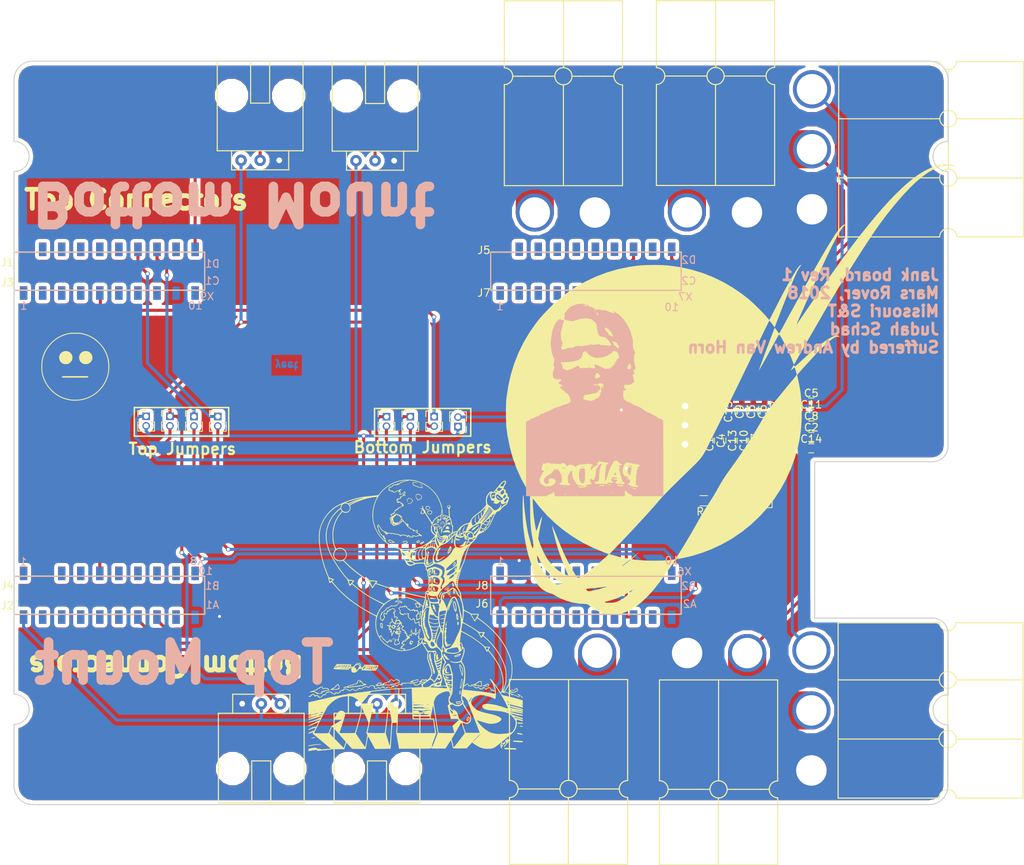
<source format=kicad_pcb>
(kicad_pcb (version 4) (host pcbnew 4.0.7)
  (layers (0 F.Cu signal) (31 B.Cu signal) (34 B.Paste user) (35 F.Paste user) (36 B.SilkS user) (37 F.SilkS user) (38 B.Mask user) (39 F.Mask user) (44 Edge.Cuts user))
  (net 0 "")
  (net 1 V_ACT)
  (net 2 GND)
  (net 3 V_Logic)
  (net 4 +3V3)
  (net 5 "Net-(D1-Pad2)")
  (net 6 /UART_Top_RX_)
  (net 7 /UART_Top_RX)
  (net 8 /UART_Top_TX_)
  (net 9 /UART_Top_TX)
  (net 10 /PWM_J5)
  (net 11 /PWM_J5_Bottom)
  (net 12 /PWM_J1_Bottom)
  (net 13 /PWM_J1)
  (net 14 /PWM_J1_Top)
  (net 15 /PWM_J5_Top)
  (net 16 /UART_Bottom_TX)
  (net 17 /UART_Bottom_RX_)
  (net 18 /UART_Bottom_RX)
  (net 19 "Net-(U1-PadNC)")
  (net 20 "Net-(U1-PadRese)")
  (net 21 "Net-(U1-Pad+5V)")
  (net 22 "Net-(U2-Pad+5V)")
  (net 23 "Net-(U2-PadRese)")
  (module MRDT_Connectors:Anderson_3_Horisontal_Side_by_Side (layer F.Cu) (at 227.6094 36.704 180)
    (fp_text reference C1 hide)
    (fp_text value Anderson_3)
    (pad 3 thru_hole circle (at 3.5814 -3.684 180) (size 5.08 5.08) (drill 4.06) (layers *.Cu *.Mask F.Paste) (net 3 V_Logic))
    (pad 2 thru_hole circle (at 3.5814 -11.683 180) (size 5.08 5.08) (drill 4.06) (layers *.Cu *.Mask F.Paste) (net 1 V_ACT))
    (pad 1 thru_hole circle (at 3.5814 -19.684 180) (size 5.08 5.08) (drill 4.06) (layers *.Cu *.Mask F.Paste) (net 2 GND))
  )
  (module MRDT_Connectors:Anderson_2_Horisontal_Side_by_Side (layer F.Cu) (at 203.3016 53.213 270)
    (fp_text reference C19 hide)
    (fp_text value DRV_2)
    (pad 1 thru_hole circle (at 3.5814 -4.063 270) (size 5.08 5.08) (drill 4.06) (layers *.Cu *.Mask F.Paste) (net 1 V_ACT))
    (pad 2 thru_hole circle (at 3.5814 -12.064 270) (size 5.08 5.08) (drill 4.06) (layers *.Cu *.Mask F.Paste) (net 2 GND))
  )
  (module Capacitors_SMD:C_0603_HandSoldering (layer F.Cu) (at 223.9366 86.7156)
    (fp_text reference C2 (at 0 -1.25) (layer F.SilkS))
    (fp_text value 10uF)
    (pad 1 smd rect (at -0.95 0) (size 1.2 0.75) (layers F.Cu F.Paste F.Mask) (net 1 V_ACT))
    (pad 2 smd rect (at 0.95 0) (size 1.2 0.75) (layers F.Cu F.Paste F.Mask) (net 2 GND))
  )
  (module Capacitors_SMD:C_0603_HandSoldering (layer F.Cu) (at 214.6808 83.3526 270)
    (fp_text reference C3 (at 0 -1.25 270) (layer F.SilkS))
    (fp_text value 10uF)
    (pad 1 smd rect (at -0.95 0 270) (size 1.2 0.75) (layers F.Cu F.Paste F.Mask) (net 3 V_Logic))
    (pad 2 smd rect (at 0.95 0 270) (size 1.2 0.75) (layers F.Cu F.Paste F.Mask) (net 2 GND))
  )
  (module Capacitors_SMD:C_0603_HandSoldering (layer F.Cu) (at 213.1568 87.2134 90)
    (fp_text reference C4 (at 0 -1.25 90) (layer F.SilkS))
    (fp_text value 10uF)
    (pad 1 smd rect (at -0.95 0 90) (size 1.2 0.75) (layers F.Cu F.Paste F.Mask) (net 4 +3V3))
    (pad 2 smd rect (at 0.95 0 90) (size 1.2 0.75) (layers F.Cu F.Paste F.Mask) (net 2 GND))
  )
  (module Capacitors_SMD:C_0603_HandSoldering (layer F.Cu) (at 223.9366 82.1436)
    (fp_text reference C5 (at 0 -1.25) (layer F.SilkS))
    (fp_text value 10uF)
    (pad 1 smd rect (at -0.95 0) (size 1.2 0.75) (layers F.Cu F.Paste F.Mask) (net 1 V_ACT))
    (pad 2 smd rect (at 0.95 0) (size 1.2 0.75) (layers F.Cu F.Paste F.Mask) (net 2 GND))
  )
  (module Capacitors_SMD:C_0603_HandSoldering (layer F.Cu) (at 216.2048 83.3526 270)
    (fp_text reference C6 (at 0 -1.25 270) (layer F.SilkS))
    (fp_text value 10uF)
    (pad 1 smd rect (at -0.95 0 270) (size 1.2 0.75) (layers F.Cu F.Paste F.Mask) (net 3 V_Logic))
    (pad 2 smd rect (at 0.95 0 270) (size 1.2 0.75) (layers F.Cu F.Paste F.Mask) (net 2 GND))
  )
  (module Capacitors_SMD:C_0603_HandSoldering (layer F.Cu) (at 217.7288 87.2134 90)
    (fp_text reference C7 (at 0 -1.25 90) (layer F.SilkS))
    (fp_text value 10uF)
    (pad 1 smd rect (at -0.95 0 90) (size 1.2 0.75) (layers F.Cu F.Paste F.Mask) (net 4 +3V3))
    (pad 2 smd rect (at 0.95 0 90) (size 1.2 0.75) (layers F.Cu F.Paste F.Mask) (net 2 GND))
  )
  (module Capacitors_SMD:C_0603_HandSoldering (layer F.Cu) (at 223.9366 85.1916)
    (fp_text reference C8 (at 0 -1.25) (layer F.SilkS))
    (fp_text value 10uF)
    (pad 1 smd rect (at -0.95 0) (size 1.2 0.75) (layers F.Cu F.Paste F.Mask) (net 1 V_ACT))
    (pad 2 smd rect (at 0.95 0) (size 1.2 0.75) (layers F.Cu F.Paste F.Mask) (net 2 GND))
  )
  (module Capacitors_SMD:C_0603_HandSoldering (layer F.Cu) (at 213.1568 83.3526 270)
    (fp_text reference C9 (at 0 -1.25 270) (layer F.SilkS))
    (fp_text value 10uF)
    (pad 1 smd rect (at -0.95 0 270) (size 1.2 0.75) (layers F.Cu F.Paste F.Mask) (net 3 V_Logic))
    (pad 2 smd rect (at 0.95 0 270) (size 1.2 0.75) (layers F.Cu F.Paste F.Mask) (net 2 GND))
  )
  (module Capacitors_SMD:C_0603_HandSoldering (layer F.Cu) (at 216.2048 87.2134 90)
    (fp_text reference C10 (at 0 -1.25 90) (layer F.SilkS))
    (fp_text value 10uF)
    (pad 1 smd rect (at -0.95 0 90) (size 1.2 0.75) (layers F.Cu F.Paste F.Mask) (net 4 +3V3))
    (pad 2 smd rect (at 0.95 0 90) (size 1.2 0.75) (layers F.Cu F.Paste F.Mask) (net 2 GND))
  )
  (module Capacitors_SMD:C_0603_HandSoldering (layer F.Cu) (at 223.9366 83.6676)
    (fp_text reference C11 (at 0 -1.25) (layer F.SilkS))
    (fp_text value 10uF)
    (pad 1 smd rect (at -0.95 0) (size 1.2 0.75) (layers F.Cu F.Paste F.Mask) (net 1 V_ACT))
    (pad 2 smd rect (at 0.95 0) (size 1.2 0.75) (layers F.Cu F.Paste F.Mask) (net 2 GND))
  )
  (module Capacitors_SMD:C_0603_HandSoldering (layer F.Cu) (at 217.7288 83.3526 270)
    (fp_text reference C12 (at 0 -1.25 270) (layer F.SilkS))
    (fp_text value 10uF)
    (pad 1 smd rect (at -0.95 0 270) (size 1.2 0.75) (layers F.Cu F.Paste F.Mask) (net 3 V_Logic))
    (pad 2 smd rect (at 0.95 0 270) (size 1.2 0.75) (layers F.Cu F.Paste F.Mask) (net 2 GND))
  )
  (module Capacitors_SMD:C_0603_HandSoldering (layer F.Cu) (at 214.6808 87.2134 90)
    (fp_text reference C13 (at 0 -1.25 90) (layer F.SilkS))
    (fp_text value 10uF)
    (pad 1 smd rect (at -0.95 0 90) (size 1.2 0.75) (layers F.Cu F.Paste F.Mask) (net 4 +3V3))
    (pad 2 smd rect (at 0.95 0 90) (size 1.2 0.75) (layers F.Cu F.Paste F.Mask) (net 2 GND))
  )
  (module Capacitors_SMD:C_0603_HandSoldering (layer F.Cu) (at 223.9366 88.2396)
    (fp_text reference C14 (at 0 -1.25) (layer F.SilkS))
    (fp_text value .1uF)
    (pad 1 smd rect (at -0.95 0) (size 1.2 0.75) (layers F.Cu F.Paste F.Mask) (net 1 V_ACT))
    (pad 2 smd rect (at 0.95 0) (size 1.2 0.75) (layers F.Cu F.Paste F.Mask) (net 2 GND))
  )
  (module Capacitors_SMD:C_0603_HandSoldering (layer F.Cu) (at 211.6328 83.3526 270)
    (fp_text reference C15 (at 0 -1.25 270) (layer F.SilkS))
    (fp_text value .1uF)
    (pad 1 smd rect (at -0.95 0 270) (size 1.2 0.75) (layers F.Cu F.Paste F.Mask) (net 3 V_Logic))
    (pad 2 smd rect (at 0.95 0 270) (size 1.2 0.75) (layers F.Cu F.Paste F.Mask) (net 2 GND))
  )
  (module Capacitors_SMD:C_0603_HandSoldering (layer F.Cu) (at 211.6328 87.2134 90)
    (fp_text reference C16 (at 0 -1.25 90) (layer F.SilkS))
    (fp_text value .1uF)
    (pad 1 smd rect (at -0.95 0 90) (size 1.2 0.75) (layers F.Cu F.Paste F.Mask) (net 4 +3V3))
    (pad 2 smd rect (at 0.95 0 90) (size 1.2 0.75) (layers F.Cu F.Paste F.Mask) (net 2 GND))
  )
  (module MRDT_Connectors:Anderson_2_Horisontal_Side_by_Side (layer F.Cu) (at 199.4662 119.0498 90)
    (fp_text reference C17 hide)
    (fp_text value DRV_1)
    (pad 1 thru_hole circle (at 3.5814 -4.063 90) (size 5.08 5.08) (drill 4.06) (layers *.Cu *.Mask F.Paste) (net 1 V_ACT))
    (pad 2 thru_hole circle (at 3.5814 -12.064 90) (size 5.08 5.08) (drill 4.06) (layers *.Cu *.Mask F.Paste) (net 2 GND))
  )
  (module MRDT_Connectors:Anderson_2_Horisontal_Side_by_Side (layer F.Cu) (at 183.0334 53.2384 270)
    (fp_text reference C18 hide)
    (fp_text value DRV_1)
    (pad 1 thru_hole circle (at 3.5814 -4.063 270) (size 5.08 5.08) (drill 4.06) (layers *.Cu *.Mask F.Paste) (net 1 V_ACT))
    (pad 2 thru_hole circle (at 3.5814 -12.064 270) (size 5.08 5.08) (drill 4.06) (layers *.Cu *.Mask F.Paste) (net 2 GND))
  )
  (module MRDT_Connectors:Anderson_2_Horisontal_Side_by_Side (layer F.Cu) (at 219.456 119.1006 90)
    (fp_text reference C20 hide)
    (fp_text value DRV_2)
    (pad 1 thru_hole circle (at 3.5814 -4.063 90) (size 5.08 5.08) (drill 4.06) (layers *.Cu *.Mask F.Paste) (net 1 V_ACT))
    (pad 2 thru_hole circle (at 3.5814 -12.064 90) (size 5.08 5.08) (drill 4.06) (layers *.Cu *.Mask F.Paste) (net 2 GND))
  )
  (module LEDs:LED_1206_HandSoldering (layer F.Cu) (at 215.614 95.1992 180)
    (fp_text reference D1 (at 0 -1.85 180) (layer F.SilkS))
    (fp_text value LED)
    (pad 1 smd rect (at -2 0 180) (size 2 1.7) (layers F.Cu F.Paste F.Mask) (net 2 GND))
    (pad 2 smd rect (at 2 0 180) (size 2 1.7) (layers F.Cu F.Paste F.Mask) (net 5 "Net-(D1-Pad2)"))
  )
  (module Pin_Headers:Pin_Header_Straight_1x02_Pitch1.27mm (layer F.Cu) (at 144.8562 83.9978)
    (fp_text reference JP1 hide)
    (fp_text value "Top VFD RX")
    (pad 1 thru_hole rect (at 0 0) (size 1 1) (drill 0.65) (layers *.Cu *.Mask) (net 6 /UART_Top_RX_))
    (pad 2 thru_hole oval (at 0 1.27) (size 1 1) (drill 0.65) (layers *.Cu *.Mask) (net 7 /UART_Top_RX))
  )
  (module Pin_Headers:Pin_Header_Straight_1x02_Pitch1.27mm (layer F.Cu) (at 141.6812 83.9978)
    (fp_text reference JP2 hide)
    (fp_text value "Top VFD TX")
    (pad 1 thru_hole rect (at 0 0) (size 1 1) (drill 0.65) (layers *.Cu *.Mask) (net 8 /UART_Top_TX_))
    (pad 2 thru_hole oval (at 0 1.27) (size 1 1) (drill 0.65) (layers *.Cu *.Mask) (net 9 /UART_Top_TX))
  )
  (module Pin_Headers:Pin_Header_Straight_1x02_Pitch1.27mm (layer F.Cu) (at 176.8602 85.344 180)
    (fp_text reference JP3 hide)
    (fp_text value PWM_J5_Bottom)
    (pad 1 thru_hole rect (at 0 0 180) (size 1 1) (drill 0.65) (layers *.Cu *.Mask) (net 10 /PWM_J5))
    (pad 2 thru_hole oval (at 0 1.27 180) (size 1 1) (drill 0.65) (layers *.Cu *.Mask) (net 11 /PWM_J5_Bottom))
  )
  (module Pin_Headers:Pin_Header_Straight_1x02_Pitch1.27mm (layer F.Cu) (at 173.6852 84.0232)
    (fp_text reference JP4 hide)
    (fp_text value PWM_J1_Bottom)
    (pad 1 thru_hole rect (at 0 0) (size 1 1) (drill 0.65) (layers *.Cu *.Mask) (net 12 /PWM_J1_Bottom))
    (pad 2 thru_hole oval (at 0 1.27) (size 1 1) (drill 0.65) (layers *.Cu *.Mask) (net 13 /PWM_J1))
  )
  (module Pin_Headers:Pin_Header_Straight_1x02_Pitch1.27mm (layer F.Cu) (at 138.4808 83.9724)
    (fp_text reference JP5 hide)
    (fp_text value PWM_J1_Top)
    (pad 1 thru_hole rect (at 0 0) (size 1 1) (drill 0.65) (layers *.Cu *.Mask) (net 13 /PWM_J1))
    (pad 2 thru_hole oval (at 0 1.27) (size 1 1) (drill 0.65) (layers *.Cu *.Mask) (net 14 /PWM_J1_Top))
  )
  (module Pin_Headers:Pin_Header_Straight_1x02_Pitch1.27mm (layer F.Cu) (at 135.3058 83.9724)
    (fp_text reference JP6 hide)
    (fp_text value PWM_J5_Top)
    (pad 1 thru_hole rect (at 0 0) (size 1 1) (drill 0.65) (layers *.Cu *.Mask) (net 15 /PWM_J5_Top))
    (pad 2 thru_hole oval (at 0 1.27) (size 1 1) (drill 0.65) (layers *.Cu *.Mask) (net 10 /PWM_J5))
  )
  (module Pin_Headers:Pin_Header_Straight_1x02_Pitch1.27mm (layer F.Cu) (at 170.5102 84.0232)
    (fp_text reference JP7 hide)
    (fp_text value "Bottom VFD TX")
    (pad 1 thru_hole rect (at 0 0) (size 1 1) (drill 0.65) (layers *.Cu *.Mask) (net 19 "Net-(U1-PadNC)"))
    (pad 2 thru_hole oval (at 0 1.27) (size 1 1) (drill 0.65) (layers *.Cu *.Mask) (net 16 /UART_Bottom_TX))
  )
  (module Pin_Headers:Pin_Header_Straight_1x02_Pitch1.27mm (layer F.Cu) (at 167.3352 84.0232)
    (fp_text reference JP8 hide)
    (fp_text value "Bottom VFD RX")
    (pad 1 thru_hole rect (at 0 0) (size 1 1) (drill 0.65) (layers *.Cu *.Mask) (net 17 /UART_Bottom_RX_))
    (pad 2 thru_hole oval (at 0 1.27) (size 1 1) (drill 0.65) (layers *.Cu *.Mask) (net 18 /UART_Bottom_RX))
  )
  (module Resistors_SMD:R_0603_HandSoldering (layer F.Cu) (at 209.6086 95.2246 180)
    (fp_text reference R1 (at 0 -1.45 180) (layer F.SilkS))
    (fp_text value 330)
    (pad 1 smd rect (at -1.1 0 180) (size 1.2 0.9) (layers F.Cu F.Paste F.Mask) (net 5 "Net-(D1-Pad2)"))
    (pad 2 smd rect (at 1.1 0 180) (size 1.2 0.9) (layers F.Cu F.Paste F.Mask) (net 4 +3V3))
  )
  (module MRDT_Connectors:MOLEX_SL_3_Horizontal (layer F.Cu) (at 150.6474 122.2756 180)
    (fp_text reference U3 hide)
    (fp_text value PWM_J1)
    (pad 1 thru_hole circle (at -2.54 0 180) (size 1.524 1.524) (drill 0.762) (layers *.Cu *.Mask) (net 13 /PWM_J1))
    (pad 2 thru_hole circle (at 0 0 180) (size 1.524 1.524) (drill 0.762) (layers *.Cu *.Mask) (net 4 +3V3))
    (pad 3 thru_hole circle (at 2.54 0 180) (size 1.524 1.524) (drill 0.762) (layers *.Cu *.Mask) (net 2 GND))
    (pad "" np_thru_hole circle (at -3.81 -8.636 180) (size 3.45 3.45) (drill 3.45) (layers *.Cu *.Mask))
    (pad "" np_thru_hole circle (at 3.81 -8.636 180) (size 3.45 3.45) (drill 3.45) (layers *.Cu *.Mask))
  )
  (module MRDT_Connectors:MOLEX_SL_3_Horizontal (layer F.Cu) (at 165.8112 49.911)
    (fp_text reference U4 hide)
    (fp_text value PWM_J5)
    (pad 1 thru_hole circle (at -2.54 0) (size 1.524 1.524) (drill 0.762) (layers *.Cu *.Mask) (net 10 /PWM_J5))
    (pad 2 thru_hole circle (at 0 0) (size 1.524 1.524) (drill 0.762) (layers *.Cu *.Mask) (net 4 +3V3))
    (pad 3 thru_hole circle (at 2.54 0) (size 1.524 1.524) (drill 0.762) (layers *.Cu *.Mask) (net 2 GND))
    (pad "" np_thru_hole circle (at -3.81 -8.636) (size 3.45 3.45) (drill 3.45) (layers *.Cu *.Mask))
    (pad "" np_thru_hole circle (at 3.81 -8.636) (size 3.45 3.45) (drill 3.45) (layers *.Cu *.Mask))
  )
  (module MRDT_Connectors:MOLEX_SL_3_Horizontal (layer F.Cu) (at 150.495 49.8602)
    (fp_text reference U5 hide)
    (fp_text value PWM_J1)
    (pad 1 thru_hole circle (at -2.54 0) (size 1.524 1.524) (drill 0.762) (layers *.Cu *.Mask) (net 13 /PWM_J1))
    (pad 2 thru_hole circle (at 0 0) (size 1.524 1.524) (drill 0.762) (layers *.Cu *.Mask) (net 4 +3V3))
    (pad 3 thru_hole circle (at 2.54 0) (size 1.524 1.524) (drill 0.762) (layers *.Cu *.Mask) (net 2 GND))
    (pad "" np_thru_hole circle (at -3.81 -8.636) (size 3.45 3.45) (drill 3.45) (layers *.Cu *.Mask))
    (pad "" np_thru_hole circle (at 3.81 -8.636) (size 3.45 3.45) (drill 3.45) (layers *.Cu *.Mask))
  )
  (module MRDT_Connectors:MOLEX_SL_3_Horizontal (layer F.Cu) (at 166.0652 122.2756 180)
    (fp_text reference U6 hide)
    (fp_text value PWM_J5)
    (pad 1 thru_hole circle (at -2.54 0 180) (size 1.524 1.524) (drill 0.762) (layers *.Cu *.Mask) (net 10 /PWM_J5))
    (pad 2 thru_hole circle (at 0 0 180) (size 1.524 1.524) (drill 0.762) (layers *.Cu *.Mask) (net 4 +3V3))
    (pad 3 thru_hole circle (at 2.54 0 180) (size 1.524 1.524) (drill 0.762) (layers *.Cu *.Mask) (net 2 GND))
    (pad "" np_thru_hole circle (at -3.81 -8.636 180) (size 3.45 3.45) (drill 3.45) (layers *.Cu *.Mask))
    (pad "" np_thru_hole circle (at 3.81 -8.636 180) (size 3.45 3.45) (drill 3.45) (layers *.Cu *.Mask))
  )
  (module MRDT_Devices:OKI_Horisontal (layer F.Cu) (at 208.3816 80.0862 270)
    (fp_text reference U7 hide)
    (fp_text value OKI (at 6.35 -1.27 270) (layer F.SilkS))
    (pad 1 thru_hole circle (at 2.54 1.27 270) (size 1.524 1.524) (drill 0.889) (layers *.Cu *.Mask) (net 3 V_Logic))
    (pad 2 thru_hole circle (at 5.08 1.27 270) (size 1.524 1.524) (drill 0.889) (layers *.Cu *.Mask) (net 2 GND))
    (pad 3 thru_hole circle (at 7.62 1.27 270) (size 1.524 1.524) (drill 0.889) (layers *.Cu *.Mask) (net 4 +3V3))
  )
  (module MRDT_Shields:LAUNCHXL_F28069M_Launchpad_FULL_Booster_SMD (layer F.Cu) (at 117.7036 110.3376)
    (fp_text reference U1 hide)
    (fp_text value LAUNCHXL_F28069M_Launchpad_Full hide)
    (fp_text user J8 (at 62.357 -3.81) (layer F.SilkS))
    (fp_text user J6 (at 62.357 -1.397) (layer F.SilkS))
    (fp_text user J4 (at -0.889 -3.81) (layer F.SilkS))
    (fp_text user J2 (at -0.889 -1.143) (layer F.SilkS))
    (fp_text user J7 (at 62.611 -42.8117) (layer F.SilkS))
    (fp_text user J5 (at 62.611 -48.5013) (layer F.SilkS))
    (fp_text user J3 (at -0.889 -44.196) (layer F.SilkS))
    (fp_text user J1 (at -0.889 -46.863) (layer F.SilkS))
    (pad +3V3 smd rect (at 24.13 -48.6283) (size 0.9906 1.778) (layers F.Cu F.Paste F.Mask) (net 4 +3V3))
    (pad P_55 smd rect (at 1.27 0.3683) (size 0.9906 1.778) (layers F.Cu F.Paste F.Mask))
    (pad P_51 smd rect (at 3.81 0.3683) (size 0.9906 1.778) (layers F.Cu F.Paste F.Mask))
    (pad P_16 smd rect (at 11.43 0.3683) (size 0.9906 1.778) (layers F.Cu F.Paste F.Mask))
    (pad A_A2 smd rect (at 13.97 -42.8117) (size 0.9906 1.778) (layers F.Cu F.Paste F.Mask))
    (pad P_17 smd rect (at 8.89 0.3683) (size 0.9906 1.778) (layers F.Cu F.Paste F.Mask))
    (pad P_50 smd rect (at 6.35 0.3683) (size 0.9906 1.778) (layers F.Cu F.Paste F.Mask))
    (pad P_18 smd rect (at 8.89 -48.6283) (size 0.9906 1.778) (layers F.Cu F.Paste F.Mask))
    (pad A_A1 smd rect (at 3.81 -42.8117) (size 0.9906 1.778) (layers F.Cu F.Paste F.Mask))
    (pad Rese smd rect (at 13.97 0.3683) (size 0.9906 1.778) (layers F.Cu F.Paste F.Mask) (net 20 "Net-(U1-PadRese)"))
    (pad NC smd rect (at 16.51 0.3683) (size 0.9906 1.778) (layers F.Cu F.Paste F.Mask) (net 19 "Net-(U1-PadNC)"))
    (pad P_33 smd rect (at 3.81 -48.6283) (size 0.9906 1.778) (layers F.Cu F.Paste F.Mask))
    (pad A_A0 smd rect (at 8.89 -42.8117) (size 0.9906 1.778) (layers F.Cu F.Paste F.Mask))
    (pad A_B2 smd rect (at 11.43 -42.8117) (size 0.9906 1.778) (layers F.Cu F.Paste F.Mask) (net 12 /PWM_J1_Bottom))
    (pad +5V smd rect (at 24.13 -42.8117) (size 0.9906 1.778) (layers F.Cu F.Paste F.Mask) (net 21 "Net-(U1-Pad+5V)"))
    (pad GND smd rect (at 21.59 -42.8117) (size 0.9906 1.778) (layers F.Cu F.Paste F.Mask) (net 2 GND))
    (pad A_A7 smd rect (at 19.05 -42.8117) (size 0.9906 1.778) (layers F.Cu F.Paste F.Mask))
    (pad A_B1 smd rect (at 16.51 -42.8117) (size 0.9906 1.778) (layers F.Cu F.Paste F.Mask))
    (pad A_B0 smd rect (at 6.35 -42.8117) (size 0.9906 1.778) (layers F.Cu F.Paste F.Mask))
    (pad NC smd rect (at 1.27 -42.8117) (size 0.9906 1.778) (layers F.Cu F.Paste F.Mask) (net 19 "Net-(U1-PadNC)"))
    (pad A_A6 smd rect (at 21.59 -48.6283) (size 0.9906 1.778) (layers F.Cu F.Paste F.Mask))
    (pad P_28 smd rect (at 19.05 -48.6283) (size 0.9906 1.778) (layers F.Cu F.Paste F.Mask) (net 6 /UART_Top_RX_))
    (pad P_29 smd rect (at 16.51 -48.6283) (size 0.9906 1.778) (layers F.Cu F.Paste F.Mask) (net 8 /UART_Top_TX_))
    (pad P_12 smd rect (at 13.97 -48.6283) (size 0.9906 1.778) (layers F.Cu F.Paste F.Mask))
    (pad A_B6 smd rect (at 11.43 -48.6283) (size 0.9906 1.778) (layers F.Cu F.Paste F.Mask))
    (pad P_22 smd rect (at 6.35 -48.6283) (size 0.9906 1.778) (layers F.Cu F.Paste F.Mask))
    (pad P_32 smd rect (at 1.27 -48.6283) (size 0.9906 1.778) (layers F.Cu F.Paste F.Mask))
    (pad P_0 smd rect (at 24.13 -5.4483) (size 0.9906 1.778) (layers F.Cu F.Paste F.Mask))
    (pad P_1 smd rect (at 21.59 -5.4483) (size 0.9906 1.778) (layers F.Cu F.Paste F.Mask))
    (pad P_2 smd rect (at 19.05 -5.4483) (size 0.9906 1.778) (layers F.Cu F.Paste F.Mask))
    (pad P_3 smd rect (at 16.51 -5.4483) (size 0.9906 1.778) (layers F.Cu F.Paste F.Mask))
    (pad P_4 smd rect (at 13.97 -5.4483) (size 0.9906 1.778) (layers F.Cu F.Paste F.Mask))
    (pad P_5 smd rect (at 11.43 -5.4483) (size 0.9906 1.778) (layers F.Cu F.Paste F.Mask) (net 14 /PWM_J1_Top))
    (pad P_13 smd rect (at 8.89 -5.4483) (size 0.9906 1.778) (layers F.Cu F.Paste F.Mask))
    (pad NC smd rect (at 6.35 -5.4483) (size 0.9906 1.778) (layers F.Cu F.Paste F.Mask) (net 19 "Net-(U1-PadNC)"))
    (pad DAC1 smd rect (at 3.81 -5.4483) (size 0.9906 1.778) (layers F.Cu F.Paste F.Mask))
    (pad DAC2 smd rect (at 1.27 -5.4483) (size 0.9906 1.778) (layers F.Cu F.Paste F.Mask))
    (pad GND smd rect (at 24.13 0.3683) (size 0.9906 1.778) (layers F.Cu F.Paste F.Mask) (net 2 GND))
    (pad P_19 smd rect (at 21.59 0.3683) (size 0.9906 1.778) (layers F.Cu F.Paste F.Mask))
    (pad P_44 smd rect (at 19.05 0.3683) (size 0.9906 1.778) (layers F.Cu F.Paste F.Mask) (net 17 /UART_Bottom_RX_))
    (pad +5V smd rect (at 87.63 -42.8117) (size 0.9906 1.778) (layers F.Cu F.Paste F.Mask) (net 21 "Net-(U1-Pad+5V)"))
    (pad GND smd rect (at 85.09 -42.8117) (size 0.9906 1.778) (layers F.Cu F.Paste F.Mask) (net 2 GND))
    (pad A_B7 smd rect (at 82.55 -42.8117) (size 0.9906 1.778) (layers F.Cu F.Paste F.Mask))
    (pad A_B4 smd rect (at 80.01 -42.8117) (size 0.9906 1.778) (layers F.Cu F.Paste F.Mask))
    (pad A_A5 smd rect (at 77.47 -42.8117) (size 0.9906 1.778) (layers F.Cu F.Paste F.Mask))
    (pad A_B5 smd rect (at 74.93 -42.8117) (size 0.9906 1.778) (layers F.Cu F.Paste F.Mask))
    (pad A_A3 smd rect (at 72.39 -42.8117) (size 0.9906 1.778) (layers F.Cu F.Paste F.Mask))
    (pad A_B3 smd rect (at 69.85 -42.8117) (size 0.9906 1.778) (layers F.Cu F.Paste F.Mask))
    (pad A_A4 smd rect (at 67.31 -42.8117) (size 0.9906 1.778) (layers F.Cu F.Paste F.Mask))
    (pad NC smd rect (at 64.77 -42.8117) (size 0.9906 1.778) (layers F.Cu F.Paste F.Mask) (net 19 "Net-(U1-PadNC)"))
    (pad +3V3 smd rect (at 87.63 -48.6283) (size 0.9906 1.778) (layers F.Cu F.Paste F.Mask) (net 4 +3V3))
    (pad NC smd rect (at 85.09 -48.6283) (size 0.9906 1.778) (layers F.Cu F.Paste F.Mask) (net 19 "Net-(U1-PadNC)"))
    (pad P_15 smd rect (at 82.55 -48.6283) (size 0.9906 1.778) (layers F.Cu F.Paste F.Mask) (net 11 /PWM_J5_Bottom))
    (pad P_58 smd rect (at 80.01 -48.6283) (size 0.9906 1.778) (layers F.Cu F.Paste F.Mask))
    (pad P_20 smd rect (at 77.47 -48.6283) (size 0.9906 1.778) (layers F.Cu F.Paste F.Mask))
    (pad NC smd rect (at 74.93 -48.6283) (size 0.9906 1.778) (layers F.Cu F.Paste F.Mask) (net 19 "Net-(U1-PadNC)"))
    (pad P_14 smd rect (at 72.39 -48.6283) (size 0.9906 1.778) (layers F.Cu F.Paste F.Mask))
    (pad P_21 smd rect (at 69.85 -48.6283) (size 0.9906 1.778) (layers F.Cu F.Paste F.Mask))
    (pad P_23 smd rect (at 67.31 -48.6283) (size 0.9906 1.778) (layers F.Cu F.Paste F.Mask))
    (pad P_54 smd rect (at 64.77 -48.6283) (size 0.9906 1.778) (layers F.Cu F.Paste F.Mask))
    (pad P_6 smd rect (at 87.63 -5.4483) (size 0.9906 1.778) (layers F.Cu F.Paste F.Mask))
    (pad P_7 smd rect (at 85.09 -5.4483) (size 0.9906 1.778) (layers F.Cu F.Paste F.Mask))
    (pad P_8 smd rect (at 82.55 -5.4483) (size 0.9906 1.778) (layers F.Cu F.Paste F.Mask))
    (pad P_9 smd rect (at 80.01 -5.4483) (size 0.9906 1.778) (layers F.Cu F.Paste F.Mask))
    (pad P_10 smd rect (at 77.47 -5.4483) (size 0.9906 1.778) (layers F.Cu F.Paste F.Mask))
    (pad P_11 smd rect (at 74.93 -5.4483) (size 0.9906 1.778) (layers F.Cu F.Paste F.Mask))
    (pad NC smd rect (at 72.39 -5.4483) (size 0.9906 1.778) (layers F.Cu F.Paste F.Mask) (net 19 "Net-(U1-PadNC)"))
    (pad NC smd rect (at 69.85 -5.4483) (size 0.9906 1.778) (layers F.Cu F.Paste F.Mask) (net 19 "Net-(U1-PadNC)"))
    (pad DAC3 smd rect (at 67.31 -5.4483) (size 0.9906 1.778) (layers F.Cu F.Paste F.Mask))
    (pad DAC4 smd rect (at 64.77 -5.4483) (size 0.9906 1.778) (layers F.Cu F.Paste F.Mask))
    (pad GND smd rect (at 87.63 0.3683) (size 0.9906 1.778) (layers F.Cu F.Paste F.Mask) (net 2 GND))
    (pad P_27 smd rect (at 85.09 0.3683) (size 0.9906 1.778) (layers F.Cu F.Paste F.Mask))
    (pad P_26 smd rect (at 82.55 0.3683) (size 0.9906 1.778) (layers F.Cu F.Paste F.Mask) (net 15 /PWM_J5_Top))
    (pad NC smd rect (at 80.01 0.3683) (size 0.9906 1.778) (layers F.Cu F.Paste F.Mask) (net 19 "Net-(U1-PadNC)"))
    (pad Rese smd rect (at 77.47 0.3683) (size 0.9906 1.778) (layers F.Cu F.Paste F.Mask) (net 20 "Net-(U1-PadRese)"))
    (pad P_24 smd rect (at 74.93 0.3683) (size 0.9906 1.778) (layers F.Cu F.Paste F.Mask))
    (pad P_25 smd rect (at 72.39 0.3683) (size 0.9906 1.778) (layers F.Cu F.Paste F.Mask))
    (pad P_52 smd rect (at 69.85 0.3683) (size 0.9906 1.778) (layers F.Cu F.Paste F.Mask))
    (pad P_53 smd rect (at 67.31 0.3683) (size 0.9906 1.778) (layers F.Cu F.Paste F.Mask))
    (pad P_56 smd rect (at 64.77 0.3683) (size 0.9906 1.778) (layers F.Cu F.Paste F.Mask))
  )
  (module MRDT_Connectors:Anderson_3_Horisontal_Side_by_Side (layer F.Cu) (at 227.5332 111.4806 180)
    (fp_text reference C21 hide)
    (fp_text value Anderson_3)
    (pad 3 thru_hole circle (at 3.5814 -3.684 180) (size 5.08 5.08) (drill 4.06) (layers *.Cu *.Mask F.Paste) (net 3 V_Logic))
    (pad 2 thru_hole circle (at 3.5814 -11.683 180) (size 5.08 5.08) (drill 4.06) (layers *.Cu *.Mask F.Paste) (net 1 V_ACT))
    (pad 1 thru_hole circle (at 3.5814 -19.684 180) (size 5.08 5.08) (drill 4.06) (layers *.Cu *.Mask F.Paste) (net 2 GND))
  )
  (module MRDT_Shields:TM4C129E_Launchpad_FULL_Booster_Bottom_SMD (layer F.Cu) (at 181.2036 110.8837)
    (fp_text reference U2 hide)
    (fp_text value TM4C129E_Launchpad_Full hide)
    (fp_text user 1 (at -62.2046 -41.6306) (layer B.SilkS) (effects (justify mirror)))
    (fp_text user 10 (at -39.3446 -41.656) (layer B.SilkS) (effects (justify mirror)))
    (fp_text user 1 (at -62.2554 -7.5184) (layer B.SilkS) (effects (justify mirror)))
    (fp_text user 10 (at -37.973 -6.2992) (layer B.SilkS) (effects (justify mirror)))
    (fp_text user 1 (at 1.2446 -41.5544) (layer B.SilkS) (effects (justify mirror)))
    (fp_text user 10 (at 24.13 -41.4528) (layer B.SilkS) (effects (justify mirror)))
    (fp_text user 1 (at 1.3208 -7.5946) (layer B.SilkS) (effects (justify mirror)))
    (fp_text user X9 (at -37.7952 -42.8752) (layer B.SilkS) (effects (justify mirror)))
    (fp_text user X8 (at -39.116 -7.62) (layer B.SilkS) (effects (justify mirror)))
    (fp_text user X7 (at 25.9588 -42.8244) (layer B.SilkS) (effects (justify mirror)))
    (fp_text user X6 (at 25.8318 -6.223) (layer B.SilkS) (effects (justify mirror)))
    (fp_text user C1 (at -37.084 -44.958) (layer B.SilkS) (effects (justify mirror)))
    (fp_text user D1 (at -37.084 -47.244) (layer B.SilkS) (effects (justify mirror)))
    (fp_text user C2 (at 26.416 -44.958) (layer B.SilkS) (effects (justify mirror)))
    (fp_text user D2 (at 26.416 -47.752) (layer B.SilkS) (effects (justify mirror)))
    (fp_text user B1 (at -37.084 -4.318) (layer B.SilkS) (effects (justify mirror)))
    (fp_text user A1 (at -37.084 -1.778) (layer B.SilkS) (effects (justify mirror)))
    (fp_text user B2 (at 26.416 -4.318) (layer B.SilkS) (effects (justify mirror)))
    (fp_text user A2 (at 26.543 -1.905) (layer B.SilkS) (effects (justify mirror)))
    (fp_text user 10 (at 24.1808 -7.6962) (layer B.SilkS) (effects (justify mirror)))
    (pad PN4 smd rect (at 24.13 -0.1397) (size 0.9906 1.778) (layers B.Cu F.Paste F.Mask))
    (pad GND smd rect (at 1.27 -49.1617) (size 0.9906 1.778) (layers B.Cu F.Paste F.Mask) (net 2 GND))
    (pad PG1 smd rect (at 1.27 -43.3197) (size 0.9906 1.778) (layers B.Cu F.Paste F.Mask))
    (pad +5V smd rect (at 1.27 -5.9817) (size 0.9906 1.778) (layers B.Cu F.Paste F.Mask) (net 22 "Net-(U2-Pad+5V)"))
    (pad +3V3 smd rect (at 1.27 -0.1397) (size 0.9906 1.778) (layers B.Cu F.Paste F.Mask) (net 4 +3V3))
    (pad GND smd rect (at -62.23 -49.13122) (size 0.9906 1.778) (layers B.Cu F.Paste F.Mask) (net 2 GND))
    (pad PF1 smd rect (at -62.23 -43.3197) (size 0.9906 1.778) (layers B.Cu F.Paste F.Mask))
    (pad +5V smd rect (at -62.23 -5.9563) (size 0.9906 1.778) (layers B.Cu F.Paste F.Mask) (net 22 "Net-(U2-Pad+5V)"))
    (pad +3V3 smd rect (at -62.23 -0.1397) (size 0.9906 1.778) (layers B.Cu F.Paste F.Mask) (net 4 +3V3))
    (pad PM3 smd rect (at -59.69 -49.13122) (size 0.9906 1.778) (layers B.Cu F.Paste F.Mask))
    (pad PH2 smd rect (at -57.15 -49.13122) (size 0.9906 1.778) (layers B.Cu F.Paste F.Mask))
    (pad PH3 smd rect (at -54.61 -49.13122) (size 0.9906 1.778) (layers B.Cu F.Paste F.Mask))
    (pad Rese smd rect (at -52.07 -49.13122) (size 0.9906 1.778) (layers B.Cu F.Paste F.Mask) (net 23 "Net-(U2-PadRese)"))
    (pad PD1 smd rect (at -49.53 -49.13122) (size 0.9906 1.778) (layers B.Cu F.Paste F.Mask))
    (pad PD0 smd rect (at -46.99 -49.13122) (size 0.9906 1.778) (layers B.Cu F.Paste F.Mask))
    (pad PN2 smd rect (at -44.45 -49.13122) (size 0.9906 1.778) (layers B.Cu F.Paste F.Mask))
    (pad PN3 smd rect (at -41.91 -49.13122) (size 0.9906 1.778) (layers B.Cu F.Paste F.Mask))
    (pad PP2 smd rect (at -39.37 -49.13122) (size 0.9906 1.778) (layers B.Cu F.Paste F.Mask))
    (pad PF2 smd rect (at -59.69 -43.3197) (size 0.9906 1.778) (layers B.Cu F.Paste F.Mask))
    (pad PF3 smd rect (at -57.15 -43.3197) (size 0.9906 1.778) (layers B.Cu F.Paste F.Mask))
    (pad PG0 smd rect (at -54.61 -43.3197) (size 0.9906 1.778) (layers B.Cu F.Paste F.Mask))
    (pad PL4 smd rect (at -52.07 -43.3197) (size 0.9906 1.778) (layers B.Cu F.Paste F.Mask))
    (pad PL5 smd rect (at -49.53 -43.3197) (size 0.9906 1.778) (layers B.Cu F.Paste F.Mask))
    (pad PL0 smd rect (at -46.99 -43.3197) (size 0.9906 1.778) (layers B.Cu F.Paste F.Mask))
    (pad PL1 smd rect (at -44.45 -43.3197) (size 0.9906 1.778) (layers B.Cu F.Paste F.Mask))
    (pad PL2 smd rect (at -41.91 -43.3197) (size 0.9906 1.778) (layers B.Cu F.Paste F.Mask))
    (pad PL3 smd rect (at -39.37 -43.3197) (size 0.9906 1.778) (layers B.Cu F.Paste F.Mask))
    (pad GND smd rect (at -59.69 -5.9563) (size 0.9906 1.778) (layers B.Cu F.Paste F.Mask) (net 2 GND))
    (pad PE0 smd rect (at -57.15 -5.9563) (size 0.9906 1.778) (layers B.Cu F.Paste F.Mask))
    (pad PE1 smd rect (at -54.61 -5.9563) (size 0.9906 1.778) (layers B.Cu F.Paste F.Mask))
    (pad PE2 smd rect (at -52.07 -5.9563) (size 0.9906 1.778) (layers B.Cu F.Paste F.Mask))
    (pad PE3 smd rect (at -49.53 -5.9563) (size 0.9906 1.778) (layers B.Cu F.Paste F.Mask))
    (pad PD7 smd rect (at -46.99 -5.9563) (size 0.9906 1.778) (layers B.Cu F.Paste F.Mask))
    (pad PA6 smd rect (at -44.45 -5.9563) (size 0.9906 1.778) (layers B.Cu F.Paste F.Mask))
    (pad PM4 smd rect (at -41.91 -5.9563) (size 0.9906 1.778) (layers B.Cu F.Paste F.Mask))
    (pad PM5 smd rect (at -39.37 -5.9563) (size 0.9906 1.778) (layers B.Cu F.Paste F.Mask))
    (pad PE4 smd rect (at -59.69 -0.1397) (size 0.9906 1.778) (layers B.Cu F.Paste F.Mask))
    (pad PC4 smd rect (at -57.15 -0.1397) (size 0.9906 1.778) (layers B.Cu F.Paste F.Mask))
    (pad PC5 smd rect (at -54.61 -0.1397) (size 0.9906 1.778) (layers B.Cu F.Paste F.Mask))
    (pad PC6 smd rect (at -52.07 -0.1397) (size 0.9906 1.778) (layers B.Cu F.Paste F.Mask))
    (pad PE5 smd rect (at -49.53 -0.1397) (size 0.9906 1.778) (layers B.Cu F.Paste F.Mask))
    (pad PD3 smd rect (at -46.99 -0.1397) (size 0.9906 1.778) (layers B.Cu F.Paste F.Mask))
    (pad PC7 smd rect (at -44.45 -0.1397) (size 0.9906 1.778) (layers B.Cu F.Paste F.Mask))
    (pad PB2 smd rect (at -41.91 -0.1397) (size 0.9906 1.778) (layers B.Cu F.Paste F.Mask))
    (pad PB3 smd rect (at -39.37 -0.1397) (size 0.9906 1.778) (layers B.Cu F.Paste F.Mask))
    (pad PM7 smd rect (at 3.81 -49.1617) (size 0.9906 1.778) (layers B.Cu F.Paste F.Mask))
    (pad PP5 smd rect (at 6.35 -49.1617) (size 0.9906 1.778) (layers B.Cu F.Paste F.Mask))
    (pad PA7 smd rect (at 8.89 -49.1617) (size 0.9906 1.778) (layers B.Cu F.Paste F.Mask))
    (pad Rese smd rect (at 11.43 -49.1617) (size 0.9906 1.778) (layers B.Cu F.Paste F.Mask) (net 23 "Net-(U2-PadRese)"))
    (pad PQ2 smd rect (at 13.97 -49.1617) (size 0.9906 1.778) (layers B.Cu F.Paste F.Mask))
    (pad PQ3 smd rect (at 16.51 -49.1617) (size 0.9906 1.778) (layers B.Cu F.Paste F.Mask))
    (pad PP3 smd rect (at 19.05 -49.1617) (size 0.9906 1.778) (layers B.Cu F.Paste F.Mask))
    (pad PQ1 smd rect (at 21.59 -49.1617) (size 0.9906 1.778) (layers B.Cu F.Paste F.Mask))
    (pad PM6 smd rect (at 24.13 -49.1617) (size 0.9906 1.778) (layers B.Cu F.Paste F.Mask))
    (pad PK4 smd rect (at 3.81 -43.3197) (size 0.9906 1.778) (layers B.Cu F.Paste F.Mask))
    (pad PK5 smd rect (at 6.35 -43.3197) (size 0.9906 1.778) (layers B.Cu F.Paste F.Mask))
    (pad PM0 smd rect (at 8.89 -43.3197) (size 0.9906 1.778) (layers B.Cu F.Paste F.Mask))
    (pad PM1 smd rect (at 11.43 -43.3197) (size 0.9906 1.778) (layers B.Cu F.Paste F.Mask))
    (pad PM2 smd rect (at 13.97 -43.3197) (size 0.9906 1.778) (layers B.Cu F.Paste F.Mask))
    (pad PH0 smd rect (at 16.51 -43.3197) (size 0.9906 1.778) (layers B.Cu F.Paste F.Mask))
    (pad PH1 smd rect (at 19.05 -43.3197) (size 0.9906 1.778) (layers B.Cu F.Paste F.Mask))
    (pad PK6 smd rect (at 21.59 -43.3197) (size 0.9906 1.778) (layers B.Cu F.Paste F.Mask))
    (pad PK7 smd rect (at 24.13 -43.3197) (size 0.9906 1.778) (layers B.Cu F.Paste F.Mask))
    (pad GND smd rect (at 3.81 -5.9817) (size 0.9906 1.778) (layers B.Cu F.Paste F.Mask) (net 2 GND))
    (pad PB4 smd rect (at 6.35 -5.9817) (size 0.9906 1.778) (layers B.Cu F.Paste F.Mask))
    (pad PB5 smd rect (at 8.89 -5.9817) (size 0.9906 1.778) (layers B.Cu F.Paste F.Mask))
    (pad PK0 smd rect (at 11.43 -5.9817) (size 0.9906 1.778) (layers B.Cu F.Paste F.Mask) (net 16 /UART_Bottom_TX))
    (pad PK1 smd rect (at 13.97 -5.9817) (size 0.9906 1.778) (layers B.Cu F.Paste F.Mask) (net 18 /UART_Bottom_RX))
    (pad PK2 smd rect (at 16.51 -5.9817) (size 0.9906 1.778) (layers B.Cu F.Paste F.Mask))
    (pad PK3 smd rect (at 19.05 -5.9817) (size 0.9906 1.778) (layers B.Cu F.Paste F.Mask))
    (pad PA5 smd rect (at 24.13 -5.9817) (size 0.9906 1.778) (layers B.Cu F.Paste F.Mask) (net 7 /UART_Top_RX))
    (pad PD2 smd rect (at 3.81 -0.1397) (size 0.9906 1.778) (layers B.Cu F.Paste F.Mask))
    (pad PP0 smd rect (at 6.35 -0.1397) (size 0.9906 1.778) (layers B.Cu F.Paste F.Mask))
    (pad PP1 smd rect (at 8.89 -0.1397) (size 0.9906 1.778) (layers B.Cu F.Paste F.Mask))
    (pad PD4 smd rect (at 11.43 -0.1397) (size 0.9906 1.778) (layers B.Cu F.Paste F.Mask))
    (pad PD5 smd rect (at 13.97 -0.1397) (size 0.9906 1.778) (layers B.Cu F.Paste F.Mask))
    (pad PQ0 smd rect (at 16.51 -0.1397) (size 0.9906 1.778) (layers B.Cu F.Paste F.Mask))
    (pad PP4 smd rect (at 19.05 -0.1397) (size 0.9906 1.778) (layers B.Cu F.Paste F.Mask))
    (pad PN5 smd rect (at 21.59 -0.1397) (size 0.9906 1.778) (layers B.Cu F.Paste F.Mask))
    (pad PA4 smd rect (at 21.59 -5.9817) (size 0.9906 1.778) (layers B.Cu F.Paste F.Mask) (net 9 /UART_Top_TX))
  )
  (module MRDT_Silkscreens:Nothing_3mm_Cu (layer F.Cu) (at 237.744 85.8012)
    (fp_text reference G*** hide)
    (fp_text value LOGO hide)
    (fp_arc (start -0.00508 0.51308) (end 0.70104 1.22936) (angle 88) (layer F.Cu) (width 0.15))
    (fp_arc (start -0.02032 1.9304) (end -0.75184 1.23952) (angle 93.2) (layer F.Cu) (width 0.15))
    (fp_circle (center -0.0254 1.23952) (end 0.06604 1.48336) (layer F.Cu) (width 0.15))
    (fp_line (start 1.09728 1.8796) (end -1.143 1.89992) (layer F.Cu) (width 0.15))
    (fp_line (start 0 -0.05588) (end 1.09728 1.8796) (layer F.Cu) (width 0.15))
    (fp_line (start -1.15316 1.91008) (end 0 -0.05588) (layer F.Cu) (width 0.15))
  )
  (module MRDT_Silkscreens:MRDT_Logo_60mm (layer F.Cu) (at 213.233 80.391)
    (fp_text reference G*** hide)
    (fp_text value LOGO hide)
  )
  (module MRDT_Silkscreens:Atlas_Logo_28.6mmX37.3mm (layer F.Cu) (at 171.196 110.109)
    (fp_text reference G*** hide)
    (fp_text value LOGO hide)
  )
  (module MRDT_Silkscreens:Shauwn (layer B.Cu) (at 195.072 78.359 180)
    (fp_text reference G*** hide)
    (fp_text value LOGO hide)
  )
  (module MRDT_Silkscreens:Meh (layer F.Cu) (at 125.857 77.343)
    (fp_text reference G*** hide)
    (fp_text value LOGO hide)
  )
  (gr_line (start 133.731 86.614) (end 146.304 86.614) (layer F.SilkS) (width 0.2))
  (gr_line (start 133.731 82.804) (end 133.731 86.614) (layer F.SilkS) (width 0.2))
  (gr_line (start 146.304 82.804) (end 133.731 82.804) (layer F.SilkS) (width 0.2))
  (gr_line (start 146.304 86.614) (end 146.304 82.804) (layer F.SilkS) (width 0.2))
  (gr_line (start 165.735 82.931) (end 165.735 86.614) (layer F.SilkS) (width 0.2))
  (gr_line (start 178.562 82.931) (end 165.735 82.931) (layer F.SilkS) (width 0.2))
  (gr_line (start 178.562 86.614) (end 178.562 82.931) (layer F.SilkS) (width 0.2))
  (gr_line (start 165.735 86.614) (end 178.562 86.614) (layer F.SilkS) (width 0.2))
  (gr_text yeet (at 154.0256 77.216 180) (layer B.Cu) (effects (font (size 0.992 0.992) (thickness 0.248)) (justify mirror)))
  (gr_text "Please do NOT\nPut on Rover" (at 185.3692 95.5548) (layer F.Cu) (effects (font (size 1.5 1.5) (thickness 0.3))))
  (gr_text Oki (at 199.6186 85.4456) (layer F.SilkS) (effects (font (size 1.5 1.5) (thickness 0.3))))
  (gr_text "Jank board, Rev 1\nMars Rover, 2018\nMissouri S&T\nJudah Schad\nSuffered by Andrew Van Horn" (at 241.173 69.9516) (layer B.SilkS) (effects (font (size 1.5 1.5) (thickness 0.375)) (justify left mirror)))
  (gr_text "Bottom Connectors" (at 137.922 117.221 180) (layer F.SilkS) (effects (font (size 2.54 2.54) (thickness 0.635))))
  (gr_text "Top Connectors" (at 133.985 55.118) (layer F.SilkS) (effects (font (size 2.54 2.54) (thickness 0.635))))
  (gr_text "Bottom Mount" (at 146.939 55.626 180) (layer B.SilkS) (effects (font (size 5.08 5.08) (thickness 1.27)) (justify mirror)))
  (gr_text "Top Mount" (at 140.335 116.84) (layer B.SilkS) (effects (font (size 5.08 5.08) (thickness 1.27)) (justify mirror)))
  (gr_text "Top Jumpers" (at 140.1318 88.3158) (layer F.SilkS) (effects (font (size 1.5 1.5) (thickness 0.3))))
  (gr_text "Bottom Jumpers" (at 172.1612 88.0872) (layer F.SilkS) (effects (font (size 1.5 1.5) (thickness 0.3))))
  (gr_line (start 242.1636 112.8776) (end 242.1636 121.0818) (layer Edge.Cuts) (width 0.15))
  (gr_line (start 242.1636 87.9348) (end 242.1636 62.0268) (layer Edge.Cuts) (width 0.15))
  (gr_line (start 117.7036 59.4614) (end 117.7036 51.3588) (layer Edge.Cuts) (width 0.15))
  (gr_arc (start 240.157 112.8776) (end 240.157 110.871) (angle 90) (layer Edge.Cuts) (width 0.15))
  (gr_line (start 224.3836 110.871) (end 240.157 110.871) (layer Edge.Cuts) (width 0.15))
  (gr_line (start 224.3836 90.0176) (end 224.3836 110.871) (layer Edge.Cuts) (width 0.15))
  (gr_arc (start 242.1636 123.0884) (end 242.1636 125.095) (angle 180) (layer Edge.Cuts) (width 0.15))
  (gr_line (start 242.1382 133.223) (end 242.1636 125.095) (layer Edge.Cuts) (width 0.15))
  (gr_arc (start 239.649 133.223) (end 242.1382 133.223) (angle 90) (layer Edge.Cuts) (width 0.15))
  (gr_line (start 224.3836 90.0176) (end 240.0808 90.0176) (layer Edge.Cuts) (width 0.15))
  (gr_line (start 117.7036 59.436) (end 117.7036 110.3376) (layer Edge.Cuts) (width 0.15))
  (gr_arc (start 120.1928 39.1414) (end 117.7036 39.1414) (angle 90) (layer Edge.Cuts) (width 0.15))
  (gr_line (start 117.7036 47.3456) (end 117.7036 39.1414) (layer Edge.Cuts) (width 0.15))
  (gr_line (start 242.1636 51.3588) (end 242.1636 62.0268) (layer Edge.Cuts) (width 0.15))
  (gr_line (start 120.2182 36.6522) (end 239.6744 36.6522) (layer Edge.Cuts) (width 0.15))
  (gr_line (start 242.1636 39.1414) (end 242.1636 47.3456) (layer Edge.Cuts) (width 0.15))
  (gr_arc (start 239.6744 39.1414) (end 239.6744 36.6522) (angle 90) (layer Edge.Cuts) (width 0.15))
  (gr_arc (start 242.1636 49.3522) (end 242.1636 51.3588) (angle 180) (layer Edge.Cuts) (width 0.15))
  (gr_arc (start 117.7036 49.3522) (end 117.7036 47.3456) (angle 180) (layer Edge.Cuts) (width 0.15))
  (gr_line (start 117.7036 121.0056) (end 117.7036 110.3376) (layer Edge.Cuts) (width 0.15))
  (gr_line (start 117.7036 133.223) (end 117.7036 125.0188) (layer Edge.Cuts) (width 0.15))
  (gr_line (start 239.649 135.7122) (end 120.1928 135.7122) (layer Edge.Cuts) (width 0.15))
  (gr_arc (start 117.7036 123.0122) (end 117.7036 121.0056) (angle 180) (layer Edge.Cuts) (width 0.15))
  (gr_arc (start 120.1928 133.223) (end 120.1928 135.7122) (angle 90) (layer Edge.Cuts) (width 0.15))
  (gr_arc (start 240.0808 87.9348) (end 242.1636 87.9348) (angle 90) (layer Edge.Cuts) (width 0.15))
  (segment (start 220.132098 122.936) (end 215.392 122.936) (width 5.08) (layer F.Cu) (net 1))
  (segment (start 215.392 122.936) (end 196.088 122.936) (width 5.08) (layer F.Cu) (net 1))
  (segment (start 215.393 115.5192) (end 215.393 119.111302) (width 5.08) (layer F.Cu) (net 1))
  (segment (start 215.392 119.112302) (end 215.392 122.936) (width 5.08) (layer F.Cu) (net 1))
  (segment (start 215.393 119.111302) (end 215.392 119.112302) (width 5.08) (layer F.Cu) (net 1))
  (segment (start 196.088 122.936) (end 195.4032 122.2512) (width 5.08) (layer F.Cu) (net 1))
  (segment (start 195.4032 122.2512) (end 195.4032 115.4684) (width 5.08) (layer F.Cu) (net 1))
  (segment (start 223.9518 123.1636) (end 220.359698 123.1636) (width 5.08) (layer F.Cu) (net 1))
  (segment (start 220.359698 123.1636) (end 220.132098 122.936) (width 5.08) (layer F.Cu) (net 1))
  (segment (start 220.308898 48.26) (end 207.264 48.26) (width 5.08) (layer F.Cu) (net 1))
  (segment (start 207.264 48.26) (end 188.722 48.26) (width 5.08) (layer F.Cu) (net 1))
  (segment (start 207.3646 56.7944) (end 207.3646 53.202298) (width 5.08) (layer F.Cu) (net 1))
  (segment (start 207.264 53.101698) (end 207.264 48.26) (width 5.08) (layer F.Cu) (net 1))
  (segment (start 207.3646 53.202298) (end 207.264 53.101698) (width 5.08) (layer F.Cu) (net 1))
  (segment (start 188.722 48.26) (end 187.0964 49.8856) (width 5.08) (layer F.Cu) (net 1))
  (segment (start 187.0964 49.8856) (end 187.0964 56.8198) (width 5.08) (layer F.Cu) (net 1))
  (segment (start 224.028 48.387) (end 220.435898 48.387) (width 5.08) (layer F.Cu) (net 1))
  (segment (start 220.435898 48.387) (end 220.308898 48.26) (width 5.08) (layer F.Cu) (net 1))
  (segment (start 222.9866 82.1436) (end 222.9866 66.675) (width 0.4064) (layer F.Cu) (net 1))
  (segment (start 222.9866 66.675) (end 229.1588 60.5028) (width 0.4064) (layer F.Cu) (net 1))
  (segment (start 229.1588 60.5028) (end 229.1588 53.5178) (width 0.4064) (layer F.Cu) (net 1))
  (segment (start 229.1588 53.5178) (end 224.028 48.387) (width 0.4064) (layer F.Cu) (net 1))
  (segment (start 226.567999 50.926999) (end 224.028 48.387) (width 0.4064) (layer F.Cu) (net 1))
  (segment (start 222.9866 88.2396) (end 222.9866 107.9256) (width 0.4064) (layer F.Cu) (net 1))
  (segment (start 222.9866 107.9256) (end 215.393 115.5192) (width 0.4064) (layer F.Cu) (net 1))
  (segment (start 222.9866 86.7156) (end 222.9866 88.2396) (width 0.4064) (layer F.Cu) (net 1))
  (segment (start 222.9866 85.1916) (end 222.9866 86.7156) (width 0.4064) (layer F.Cu) (net 1))
  (segment (start 222.9866 83.6676) (end 222.9866 85.1916) (width 0.4064) (layer F.Cu) (net 1))
  (segment (start 222.9866 82.1436) (end 222.9866 83.6676) (width 0.4064) (layer F.Cu) (net 1))
  (segment (start 222.9866 82.1436) (end 223.2116 82.1436) (width 0.25) (layer F.Cu) (net 1))
  (segment (start 185.0136 104.902) (end 185.0136 103.2002) (width 0.4064) (layer B.Cu) (net 2))
  (via (at 185.0136 103.2002) (size 0.6) (drill 0.4) (layers F.Cu B.Cu) (net 2))
  (segment (start 141.8336 110.7059) (end 145.0213 110.7059) (width 0.4064) (layer F.Cu) (net 2))
  (segment (start 145.0213 110.7059) (end 145.0848 110.6424) (width 0.4064) (layer F.Cu) (net 2))
  (via (at 145.0848 110.6424) (size 0.6) (drill 0.4) (layers F.Cu B.Cu) (net 2))
  (segment (start 207.1116 82.6262) (end 221.4118 82.6262) (width 0.4064) (layer B.Cu) (net 3))
  (segment (start 221.4118 82.6262) (end 225.8568 82.6262) (width 0.4064) (layer B.Cu) (net 3))
  (segment (start 223.9518 115.1646) (end 221.411801 112.624601) (width 0.4064) (layer B.Cu) (net 3))
  (segment (start 221.411801 112.624601) (end 221.4118 109.9058) (width 0.4064) (layer B.Cu) (net 3))
  (segment (start 221.4118 109.9058) (end 221.4118 82.6262) (width 0.4064) (layer B.Cu) (net 3))
  (segment (start 225.8568 82.6262) (end 228.0412 80.4418) (width 0.4064) (layer B.Cu) (net 3))
  (segment (start 228.0412 44.4754) (end 228.0412 80.4418) (width 0.4064) (layer B.Cu) (net 3))
  (segment (start 226.567999 43.002199) (end 228.0412 44.4754) (width 0.4064) (layer B.Cu) (net 3))
  (segment (start 224.028 40.388) (end 226.567999 42.927999) (width 0.4064) (layer B.Cu) (net 3))
  (segment (start 226.567999 42.927999) (end 226.567999 43.002199) (width 0.4064) (layer B.Cu) (net 3))
  (segment (start 211.6328 82.4026) (end 207.3352 82.4026) (width 0.4064) (layer F.Cu) (net 3))
  (segment (start 207.3352 82.4026) (end 207.1116 82.6262) (width 0.4064) (layer F.Cu) (net 3))
  (segment (start 213.1568 82.4026) (end 211.6328 82.4026) (width 0.4064) (layer F.Cu) (net 3))
  (segment (start 214.6808 82.4026) (end 213.1568 82.4026) (width 0.4064) (layer F.Cu) (net 3))
  (segment (start 216.2048 82.4026) (end 214.6808 82.4026) (width 0.4064) (layer F.Cu) (net 3))
  (segment (start 217.7288 82.4026) (end 216.2048 82.4026) (width 0.4064) (layer F.Cu) (net 3))
  (segment (start 206.9084 73.0758) (end 206.9084 64.5795) (width 0.4064) (layer F.Cu) (net 4))
  (segment (start 206.9084 64.5795) (end 205.3336 63.0047) (width 0.4064) (layer F.Cu) (net 4))
  (segment (start 205.3336 63.0047) (end 205.3336 61.7093) (width 0.4064) (layer F.Cu) (net 4))
  (segment (start 205.2574 74.7268) (end 206.9084 73.0758) (width 0.4064) (layer F.Cu) (net 4))
  (segment (start 205.2574 85.852) (end 205.2574 74.7268) (width 0.4064) (layer F.Cu) (net 4))
  (segment (start 207.1116 87.7062) (end 205.2574 85.852) (width 0.4064) (layer F.Cu) (net 4))
  (segment (start 208.5086 106.934) (end 208.5086 106.509736) (width 0.4064) (layer F.Cu) (net 4))
  (segment (start 208.5086 106.509736) (end 208.5086 95.2246) (width 0.4064) (layer F.Cu) (net 4))
  (segment (start 182.98479 108.12461) (end 207.31799 108.12461) (width 0.4064) (layer B.Cu) (net 4))
  (segment (start 207.31799 108.12461) (end 208.5086 106.934) (width 0.4064) (layer B.Cu) (net 4))
  (via (at 208.5086 106.934) (size 0.6) (drill 0.4) (layers F.Cu B.Cu) (net 4))
  (segment (start 182.4736 108.6358) (end 182.98479 108.12461) (width 0.4064) (layer B.Cu) (net 4))
  (segment (start 182.4736 110.3503) (end 182.4736 108.6358) (width 0.4064) (layer B.Cu) (net 4))
  (segment (start 182.4736 110.744) (end 182.4736 110.3503) (width 0.4064) (layer B.Cu) (net 4))
  (segment (start 177.3936 124.46) (end 166.0906 124.46) (width 0.4064) (layer B.Cu) (net 4))
  (segment (start 166.0906 124.46) (end 165.5826 124.46) (width 0.4064) (layer B.Cu) (net 4))
  (segment (start 166.0652 122.2756) (end 166.0652 124.4346) (width 0.4064) (layer B.Cu) (net 4))
  (segment (start 166.0652 124.4346) (end 166.0906 124.46) (width 0.4064) (layer B.Cu) (net 4))
  (segment (start 182.4736 119.38) (end 177.3936 124.46) (width 0.4064) (layer B.Cu) (net 4))
  (segment (start 182.4736 110.744) (end 182.4736 119.38) (width 0.4064) (layer B.Cu) (net 4))
  (segment (start 165.5826 124.46) (end 150.6474 124.46) (width 0.4064) (layer B.Cu) (net 4))
  (segment (start 150.6474 124.46) (end 131.3942 124.46) (width 0.4064) (layer B.Cu) (net 4))
  (segment (start 150.6474 122.2756) (end 150.6474 123.35323) (width 0.4064) (layer B.Cu) (net 4))
  (segment (start 150.6474 123.35323) (end 150.6474 124.46) (width 0.4064) (layer B.Cu) (net 4))
  (segment (start 131.3942 124.46) (end 118.9736 112.0394) (width 0.4064) (layer B.Cu) (net 4))
  (segment (start 118.9736 112.0394) (end 118.9736 110.744) (width 0.4064) (layer B.Cu) (net 4))
  (segment (start 144.2974 47.4218) (end 150.4696 47.4218) (width 0.4064) (layer F.Cu) (net 4))
  (segment (start 150.4696 47.4218) (end 165.2778 47.4218) (width 0.4064) (layer F.Cu) (net 4))
  (segment (start 150.495 49.8602) (end 150.495 47.4472) (width 0.4064) (layer F.Cu) (net 4))
  (segment (start 150.495 47.4472) (end 150.4696 47.4218) (width 0.4064) (layer F.Cu) (net 4))
  (segment (start 141.8336 61.7093) (end 141.8336 49.8856) (width 0.4064) (layer F.Cu) (net 4))
  (segment (start 141.8336 49.8856) (end 144.2974 47.4218) (width 0.4064) (layer F.Cu) (net 4))
  (segment (start 165.2778 47.4218) (end 165.8112 47.9552) (width 0.4064) (layer F.Cu) (net 4))
  (segment (start 165.8112 47.9552) (end 165.8112 49.911) (width 0.4064) (layer F.Cu) (net 4))
  (segment (start 208.5086 95.2246) (end 207.5022 95.2246) (width 0.4064) (layer F.Cu) (net 4))
  (segment (start 207.1116 88.78383) (end 207.1116 87.7062) (width 0.4064) (layer F.Cu) (net 4))
  (segment (start 207.5022 95.2246) (end 207.1116 94.834) (width 0.4064) (layer F.Cu) (net 4))
  (segment (start 207.1116 94.834) (end 207.1116 88.78383) (width 0.4064) (layer F.Cu) (net 4))
  (segment (start 211.6328 88.1634) (end 207.5688 88.1634) (width 0.4064) (layer F.Cu) (net 4))
  (segment (start 207.5688 88.1634) (end 207.1116 87.7062) (width 0.4064) (layer F.Cu) (net 4))
  (segment (start 213.1568 88.1634) (end 211.6328 88.1634) (width 0.4064) (layer F.Cu) (net 4))
  (segment (start 214.6808 88.1634) (end 213.1568 88.1634) (width 0.4064) (layer F.Cu) (net 4))
  (segment (start 216.2048 88.1634) (end 214.6808 88.1634) (width 0.4064) (layer F.Cu) (net 4))
  (segment (start 217.7288 88.1634) (end 216.2048 88.1634) (width 0.4064) (layer F.Cu) (net 4))
  (segment (start 213.614 95.1992) (end 210.734 95.1992) (width 0.4064) (layer F.Cu) (net 5))
  (segment (start 210.734 95.1992) (end 210.7086 95.2246) (width 0.4064) (layer F.Cu) (net 5))
  (segment (start 138.0744 65.1764) (end 138.0744 78.3336) (width 0.4064) (layer B.Cu) (net 6))
  (segment (start 138.0744 78.3336) (end 143.7386 83.9978) (width 0.4064) (layer B.Cu) (net 6))
  (segment (start 143.7386 83.9978) (end 144.8562 83.9978) (width 0.4064) (layer B.Cu) (net 6))
  (segment (start 138.049 64.3001) (end 138.049 65.151) (width 0.4064) (layer F.Cu) (net 6))
  (segment (start 138.049 65.151) (end 138.0744 65.1764) (width 0.4064) (layer F.Cu) (net 6))
  (via (at 138.0744 65.1764) (size 0.6) (drill 0.4) (layers F.Cu B.Cu) (net 6))
  (segment (start 136.7536 61.7093) (end 136.7536 63.0047) (width 0.4064) (layer F.Cu) (net 6))
  (segment (start 136.7536 63.0047) (end 138.049 64.3001) (width 0.4064) (layer F.Cu) (net 6))
  (segment (start 146.2532 101.7016) (end 204.3176 101.7016) (width 0.4064) (layer B.Cu) (net 7))
  (segment (start 204.3176 101.7016) (end 205.3336 102.7176) (width 0.4064) (layer B.Cu) (net 7))
  (segment (start 205.3336 102.7176) (end 205.3336 104.902) (width 0.4064) (layer B.Cu) (net 7))
  (segment (start 144.8562 85.2678) (end 144.8562 100.3046) (width 0.4064) (layer F.Cu) (net 7))
  (segment (start 144.8562 100.3046) (end 146.2532 101.7016) (width 0.4064) (layer F.Cu) (net 7))
  (via (at 146.2532 101.7016) (size 0.6) (drill 0.4) (layers F.Cu B.Cu) (net 7))
  (segment (start 135.4836 64.9732) (end 135.4836 76.8938) (width 0.4064) (layer B.Cu) (net 8))
  (segment (start 141.6812 83.0914) (end 141.6812 83.9978) (width 0.4064) (layer B.Cu) (net 8))
  (segment (start 135.4836 76.8938) (end 141.6812 83.0914) (width 0.4064) (layer B.Cu) (net 8))
  (segment (start 134.2136 61.7093) (end 134.2136 63.7032) (width 0.4064) (layer F.Cu) (net 8))
  (segment (start 134.2136 63.7032) (end 135.4836 64.9732) (width 0.4064) (layer F.Cu) (net 8))
  (via (at 135.4836 64.9732) (size 0.6) (drill 0.4) (layers F.Cu B.Cu) (net 8))
  (segment (start 147.447 102.30801) (end 200.19961 102.30801) (width 0.4064) (layer B.Cu) (net 9))
  (segment (start 200.19961 102.30801) (end 200.8632 102.9716) (width 0.4064) (layer B.Cu) (net 9))
  (segment (start 146.78341 102.9716) (end 147.447 102.30801) (width 0.4064) (layer B.Cu) (net 9))
  (segment (start 142.7734 102.9716) (end 146.78341 102.9716) (width 0.4064) (layer B.Cu) (net 9))
  (segment (start 200.8632 102.9716) (end 202.7936 104.902) (width 0.4064) (layer B.Cu) (net 9))
  (segment (start 141.6812 85.2678) (end 141.6812 101.8794) (width 0.4064) (layer F.Cu) (net 9))
  (segment (start 141.6812 101.8794) (end 142.7734 102.9716) (width 0.4064) (layer F.Cu) (net 9))
  (via (at 142.7734 102.9716) (size 0.6) (drill 0.4) (layers F.Cu B.Cu) (net 9))
  (segment (start 163.2458 86.5886) (end 164.2872 86.5886) (width 0.4064) (layer B.Cu) (net 10))
  (segment (start 164.2872 86.5886) (end 176.522 86.5886) (width 0.4064) (layer B.Cu) (net 10))
  (segment (start 164.2872 106.172) (end 164.2872 86.5886) (width 0.4064) (layer F.Cu) (net 10))
  (via (at 164.2872 86.5886) (size 0.6) (drill 0.4) (layers F.Cu B.Cu) (net 10))
  (segment (start 168.6052 120.1928) (end 164.2872 115.8748) (width 0.4064) (layer B.Cu) (net 10))
  (segment (start 164.2872 115.8748) (end 164.2872 106.172) (width 0.4064) (layer B.Cu) (net 10))
  (via (at 164.2872 106.172) (size 0.6) (drill 0.4) (layers F.Cu B.Cu) (net 10))
  (segment (start 168.6052 122.2756) (end 168.6052 120.1928) (width 0.4064) (layer B.Cu) (net 10))
  (segment (start 135.9154 86.5886) (end 163.2458 86.5886) (width 0.4064) (layer B.Cu) (net 10))
  (segment (start 163.2712 49.911) (end 163.2712 86.5632) (width 0.4064) (layer B.Cu) (net 10))
  (segment (start 163.2712 86.5632) (end 163.2458 86.5886) (width 0.4064) (layer B.Cu) (net 10))
  (segment (start 135.3058 85.2424) (end 135.3058 85.949506) (width 0.4064) (layer B.Cu) (net 10))
  (segment (start 135.3058 85.949506) (end 135.614694 86.2584) (width 0.4064) (layer B.Cu) (net 10))
  (segment (start 135.614694 86.287894) (end 135.9154 86.5886) (width 0.4064) (layer B.Cu) (net 10))
  (segment (start 135.614694 86.2584) (end 135.614694 86.287894) (width 0.4064) (layer B.Cu) (net 10))
  (segment (start 176.522 86.5886) (end 176.8602 86.2504) (width 0.4064) (layer B.Cu) (net 10))
  (segment (start 176.8602 86.2504) (end 176.8602 85.344) (width 0.4064) (layer B.Cu) (net 10))
  (segment (start 197.6882 84.074) (end 198.628 83.1342) (width 0.4064) (layer B.Cu) (net 11))
  (segment (start 198.9836 64.2874) (end 198.9836 82.7786) (width 0.4064) (layer F.Cu) (net 11))
  (segment (start 198.9836 82.7786) (end 198.628 83.1342) (width 0.4064) (layer F.Cu) (net 11))
  (via (at 198.628 83.1342) (size 0.6) (drill 0.4) (layers F.Cu B.Cu) (net 11))
  (segment (start 199.355099 63.915901) (end 198.9836 64.2874) (width 0.4064) (layer F.Cu) (net 11))
  (segment (start 199.355099 63.903201) (end 199.355099 63.915901) (width 0.4064) (layer F.Cu) (net 11))
  (segment (start 200.2536 63.0047) (end 200.2536 61.7093) (width 0.4064) (layer F.Cu) (net 11))
  (segment (start 199.355099 63.903201) (end 200.2536 63.0047) (width 0.4064) (layer F.Cu) (net 11))
  (segment (start 176.8602 84.074) (end 197.6882 84.074) (width 0.4064) (layer B.Cu) (net 11))
  (segment (start 173.6598 70.739) (end 173.6598 83.9978) (width 0.4064) (layer B.Cu) (net 12))
  (segment (start 173.6598 83.9978) (end 173.6852 84.0232) (width 0.4064) (layer B.Cu) (net 12))
  (segment (start 129.3114 69.85) (end 172.7708 69.85) (width 0.4064) (layer F.Cu) (net 12))
  (segment (start 172.7708 69.85) (end 173.6598 70.739) (width 0.4064) (layer F.Cu) (net 12))
  (via (at 173.6598 70.739) (size 0.6) (drill 0.4) (layers F.Cu B.Cu) (net 12))
  (segment (start 129.2098 69.7484) (end 129.3114 69.85) (width 0.4064) (layer F.Cu) (net 12))
  (segment (start 129.2098 67.9958) (end 129.2098 69.7484) (width 0.4064) (layer F.Cu) (net 12))
  (segment (start 129.1336 67.5259) (end 129.1336 67.9196) (width 0.4064) (layer F.Cu) (net 12))
  (segment (start 129.1336 67.9196) (end 129.2098 67.9958) (width 0.4064) (layer F.Cu) (net 12))
  (segment (start 143.1544 118.9482) (end 149.86 118.9482) (width 0.4064) (layer B.Cu) (net 13))
  (segment (start 149.86 118.9482) (end 153.1874 122.2756) (width 0.4064) (layer B.Cu) (net 13))
  (segment (start 140.7414 116.5352) (end 143.1544 118.9482) (width 0.4064) (layer B.Cu) (net 13))
  (segment (start 140.0556 102.1334) (end 140.7414 102.8192) (width 0.4064) (layer B.Cu) (net 13))
  (segment (start 140.7414 102.8192) (end 140.7414 116.5352) (width 0.4064) (layer B.Cu) (net 13))
  (segment (start 140.0556 84.6408) (end 140.0556 102.1334) (width 0.4064) (layer F.Cu) (net 13))
  (via (at 140.0556 102.1334) (size 0.6) (drill 0.4) (layers F.Cu B.Cu) (net 13))
  (segment (start 138.4808 83.9724) (end 139.3872 83.9724) (width 0.4064) (layer F.Cu) (net 13))
  (segment (start 139.3872 83.9724) (end 140.0556 84.6408) (width 0.4064) (layer F.Cu) (net 13))
  (segment (start 172.6438 72.136) (end 172.6438 84.958906) (width 0.4064) (layer F.Cu) (net 13))
  (segment (start 172.6438 84.958906) (end 172.978094 85.2932) (width 0.4064) (layer F.Cu) (net 13))
  (segment (start 172.978094 85.2932) (end 173.6852 85.2932) (width 0.4064) (layer F.Cu) (net 13))
  (segment (start 171.9326 71.4248) (end 172.6438 72.136) (width 0.4064) (layer F.Cu) (net 13))
  (segment (start 147.955 71.4248) (end 171.9326 71.4248) (width 0.4064) (layer F.Cu) (net 13))
  (segment (start 147.955 71.4248) (end 147.955 49.8602) (width 0.4064) (layer B.Cu) (net 13))
  (segment (start 138.4808 83.9724) (end 138.4808 80.899) (width 0.4064) (layer F.Cu) (net 13))
  (segment (start 138.4808 80.899) (end 147.955 71.4248) (width 0.4064) (layer F.Cu) (net 13))
  (via (at 147.955 71.4248) (size 0.6) (drill 0.4) (layers F.Cu B.Cu) (net 13))
  (segment (start 131.7244 88.6206) (end 129.1336 91.2114) (width 0.4064) (layer F.Cu) (net 14))
  (segment (start 129.1336 91.2114) (end 129.1336 104.8893) (width 0.4064) (layer F.Cu) (net 14))
  (segment (start 136.7536 88.6206) (end 131.7244 88.6206) (width 0.4064) (layer F.Cu) (net 14))
  (segment (start 138.4808 86.8934) (end 136.7536 88.6206) (width 0.4064) (layer F.Cu) (net 14))
  (segment (start 138.4808 85.2424) (end 138.4808 86.8934) (width 0.4064) (layer F.Cu) (net 14))
  (segment (start 199.2884 90.9066) (end 199.2884 110.6424) (width 0.4064) (layer F.Cu) (net 15))
  (segment (start 199.2884 110.6424) (end 199.3519 110.7059) (width 0.4064) (layer F.Cu) (net 15))
  (segment (start 199.3519 110.7059) (end 200.2536 110.7059) (width 0.4064) (layer F.Cu) (net 15))
  (segment (start 136.8552 89.7636) (end 198.1454 89.7636) (width 0.4064) (layer B.Cu) (net 15))
  (segment (start 198.1454 89.7636) (end 199.2884 90.9066) (width 0.4064) (layer B.Cu) (net 15))
  (via (at 199.2884 90.9066) (size 0.6) (drill 0.4) (layers F.Cu B.Cu) (net 15))
  (segment (start 133.9088 86.8172) (end 136.8552 89.7636) (width 0.4064) (layer B.Cu) (net 15))
  (segment (start 133.9088 84.463) (end 133.9088 86.8172) (width 0.4064) (layer B.Cu) (net 15))
  (segment (start 135.3058 83.9724) (end 134.3994 83.9724) (width 0.4064) (layer B.Cu) (net 15))
  (segment (start 134.3994 83.9724) (end 133.9088 84.463) (width 0.4064) (layer B.Cu) (net 15))
  (segment (start 171.4246 106.172) (end 171.724599 106.471999) (width 0.4064) (layer B.Cu) (net 16))
  (segment (start 171.724599 106.471999) (end 191.457301 106.471999) (width 0.4064) (layer B.Cu) (net 16))
  (segment (start 191.457301 106.471999) (end 192.6336 105.2957) (width 0.4064) (layer B.Cu) (net 16))
  (segment (start 192.6336 105.2957) (end 192.6336 104.902) (width 0.4064) (layer B.Cu) (net 16))
  (segment (start 170.5102 85.2932) (end 170.5102 105.2576) (width 0.4064) (layer F.Cu) (net 16))
  (segment (start 170.5102 105.2576) (end 171.4246 106.172) (width 0.4064) (layer F.Cu) (net 16))
  (via (at 171.4246 106.172) (size 0.6) (drill 0.4) (layers F.Cu B.Cu) (net 16))
  (segment (start 162.941 114.1984) (end 139.8524 114.1984) (width 0.4064) (layer F.Cu) (net 17))
  (segment (start 139.8524 114.1984) (end 136.7536 111.0996) (width 0.4064) (layer F.Cu) (net 17))
  (segment (start 136.7536 111.0996) (end 136.7536 110.7059) (width 0.4064) (layer F.Cu) (net 17))
  (segment (start 166.0398 111.0996) (end 162.941 114.1984) (width 0.4064) (layer F.Cu) (net 17))
  (segment (start 166.0398 84.4042) (end 166.0398 111.0996) (width 0.4064) (layer F.Cu) (net 17))
  (segment (start 166.116 84.328) (end 166.0398 84.4042) (width 0.4064) (layer F.Cu) (net 17))
  (segment (start 166.124 84.328) (end 166.116 84.328) (width 0.4064) (layer F.Cu) (net 17))
  (segment (start 167.3352 84.0232) (end 166.4288 84.0232) (width 0.4064) (layer F.Cu) (net 17))
  (segment (start 166.4288 84.0232) (end 166.124 84.328) (width 0.4064) (layer F.Cu) (net 17))
  (segment (start 194.6402 107.5182) (end 195.1736 106.9848) (width 0.4064) (layer B.Cu) (net 18))
  (segment (start 195.1736 106.9848) (end 195.1736 104.902) (width 0.4064) (layer B.Cu) (net 18))
  (segment (start 167.9702 107.5182) (end 194.6402 107.5182) (width 0.4064) (layer B.Cu) (net 18))
  (segment (start 167.3098 86.025706) (end 167.3098 106.8578) (width 0.4064) (layer F.Cu) (net 18))
  (segment (start 167.3098 106.8578) (end 167.9702 107.5182) (width 0.4064) (layer F.Cu) (net 18))
  (via (at 167.9702 107.5182) (size 0.6) (drill 0.4) (layers F.Cu B.Cu) (net 18))
  (segment (start 167.3352 85.2932) (end 167.3352 86.000306) (width 0.4064) (layer F.Cu) (net 18))
  (segment (start 167.3352 86.000306) (end 167.3098 86.025706) (width 0.4064) (layer F.Cu) (net 18))
  (segment (start 134.2136 110.7059) (end 134.2136 111.0996) (width 0.4064) (layer F.Cu) (net 19))
  (segment (start 134.2136 111.0996) (end 138.176 115.062) (width 0.4064) (layer F.Cu) (net 19))
  (segment (start 138.176 115.062) (end 167.5384 115.062) (width 0.4064) (layer F.Cu) (net 19))
  (segment (start 167.5384 115.062) (end 169.1386 113.4618) (width 0.4064) (layer F.Cu) (net 19))
  (segment (start 169.1386 113.4618) (end 169.1386 84.4884) (width 0.4064) (layer F.Cu) (net 19))
  (segment (start 169.6038 84.0232) (end 170.5102 84.0232) (width 0.4064) (layer F.Cu) (net 19))
  (segment (start 169.1386 84.4884) (end 169.6038 84.0232) (width 0.4064) (layer F.Cu) (net 19))
  (zone (net 2) (net_name GND) (layer B.Cu) (connect_pads yes (clearance 0.508)) (min_thickness 0.254) (fill yes (arc_segments 16) (thermal_gap 0.508) (thermal_bridge_width 0.508))
    (polygon (pts (xy 117.7036 36.6776) (xy 242.1636 36.6522) (xy 242.1382 135.7122) (xy 117.6782 135.7122)))
  )
  (zone (net 2) (net_name GND) (layer F.Cu) (connect_pads yes (clearance 0.508)) (min_thickness 0.254) (fill yes (arc_segments 16) (thermal_gap 0.508) (thermal_bridge_width 0.508))
    (polygon (pts (xy 242.1382 135.7122) (xy 117.6782 135.7122) (xy 117.7036 36.6776) (xy 242.1636 36.6522)))
  )
)
</source>
